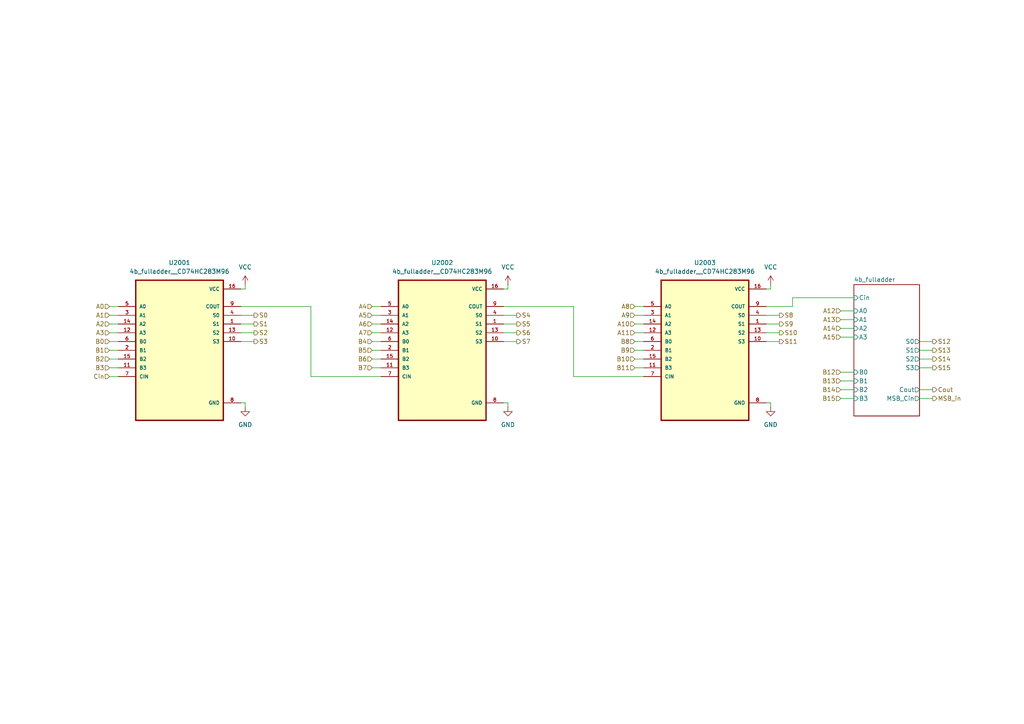
<source format=kicad_sch>
(kicad_sch (version 20250114) (generator "eeschema") (generator_version "9.0")
  (paper "A4")
  (title_block (title "16 full-adder with cout for bits 14 & 15") (company "AGH Logic Unit") (comment 1 "mALUch project"))
  (lib_symbols
    (symbol "mALUch_lib:4b_fulladder__CD74HC283M96" (pin_names (offset 1.016))
      (property "Reference" "U" (at -12.7 21.32 0))
      (property "Value" "4b_fulladder__CD74HC283M96" (at -12.7 -24.32 0))
      (symbol "4b_fulladder__CD74HC283M96_0_0"
        (rectangle (start -12.7 -20.32) (end 12.7 20.32) (stroke (width 0.41)) (fill (type background)))
        (pin input line (at -17.78 12.7 0) (length 5.08) (name "A0") (number "5"))
        (pin input line (at -17.78 10.16 0) (length 5.08) (name "A1") (number "3"))
        (pin input line (at -17.78 7.62 0) (length 5.08) (name "A2") (number "14"))
        (pin input line (at -17.78 5.08 0) (length 5.08) (name "A3") (number "12"))
        (pin input line (at -17.78 2.54 0) (length 5.08) (name "B0") (number "6"))
        (pin input line (at -17.78 0 0) (length 5.08) (name "B1") (number "2"))
        (pin input line (at -17.78 -2.54 0) (length 5.08) (name "B2") (number "15"))
        (pin input line (at -17.78 -5.08 0) (length 5.08) (name "B3") (number "11"))
        (pin input line (at -17.78 -7.62 0) (length 5.08) (name "CIN") (number "7"))
        (pin power_in line (at 17.78 17.78 180) (length 5.08) (name "VCC") (number "16"))
        (pin output line (at 17.78 12.7 180) (length 5.08) (name "COUT") (number "9"))
        (pin output line (at 17.78 10.16 180) (length 5.08) (name "S0") (number "4"))
        (pin output line (at 17.78 7.62 180) (length 5.08) (name "S1") (number "1"))
        (pin output line (at 17.78 5.08 180) (length 5.08) (name "S2") (number "13"))
        (pin output line (at 17.78 2.54 180) (length 5.08) (name "S3") (number "10"))
        (pin power_in line (at 17.78 -15.24 180) (length 5.08) (name "GND") (number "8"))
      )
    )
    (symbol "power:GND" (power) (pin_numbers (hide yes)) (pin_names (offset 0) (hide yes))
      (property "Value" "GND" (at 0 -3.81 0))
      (symbol "GND_0_1"
        (polyline (pts (xy 0 0) (xy 0 -1.27) (xy 1.27 -1.27) (xy 0 -2.54) (xy -1.27 -1.27) (xy 0 -1.27)))
      )
      (symbol "GND_1_1"
        (pin power_in line (at 0 0 270) (length 0) (name "~") (number "1"))
      )
    )
    (symbol "power:VCC" (power) (pin_numbers (hide yes)) (pin_names (offset 0) (hide yes))
      (property "Value" "VCC" (at 0 3.556 0))
      (symbol "VCC_0_1"
        (polyline (pts (xy -0.762 1.27) (xy 0 2.54)))
        (polyline (pts (xy 0 2.54) (xy 0.762 1.27)))
        (polyline (pts (xy 0 0) (xy 0 2.54)))
      )
      (symbol "VCC_1_1"
        (pin power_in line (at 0 0 90) (length 0) (name "~") (number "1"))
      )
    )
  )
  (wire (pts (xy 107.95 104.14) (xy 110.49 104.14)))
  (wire (pts (xy 107.95 99.06) (xy 110.49 99.06)))
  (wire (pts (xy 222.25 99.06) (xy 226.06 99.06)))
  (wire (pts (xy 184.15 101.6) (xy 186.69 101.6)))
  (wire (pts (xy 222.25 93.98) (xy 226.06 93.98)))
  (wire (pts (xy 166.37 109.22) (xy 186.69 109.22)))
  (wire (pts (xy 243.84 113.03) (xy 247.65 113.03)))
  (wire (pts (xy 31.75 93.98) (xy 34.29 93.98)))
  (wire (pts (xy 31.75 91.44) (xy 34.29 91.44)))
  (wire (pts (xy 31.75 88.9) (xy 34.29 88.9)))
  (wire (pts (xy 184.15 99.06) (xy 186.69 99.06)))
  (wire (pts (xy 90.17 88.9) (xy 90.17 109.22)))
  (wire (pts (xy 266.7 101.6) (xy 270.51 101.6)))
  (wire (pts (xy 266.7 106.68) (xy 270.51 106.68)))
  (wire (pts (xy 31.75 99.06) (xy 34.29 99.06)))
  (wire (pts (xy 107.95 91.44) (xy 110.49 91.44)))
  (wire (pts (xy 31.75 109.22) (xy 34.29 109.22)))
  (wire (pts (xy 31.75 96.52) (xy 34.29 96.52)))
  (wire (pts (xy 107.95 106.68) (xy 110.49 106.68)))
  (wire (pts (xy 31.75 101.6) (xy 34.29 101.6)))
  (wire (pts (xy 229.87 86.36) (xy 229.87 88.9)))
  (wire (pts (xy 184.15 91.44) (xy 186.69 91.44)))
  (wire (pts (xy 146.05 99.06) (xy 149.86 99.06)))
  (wire (pts (xy 243.84 107.95) (xy 247.65 107.95)))
  (wire (pts (xy 69.85 99.06) (xy 73.66 99.06)))
  (wire (pts (xy 223.52 116.84) (xy 222.25 116.84)))
  (wire (pts (xy 243.84 115.57) (xy 247.65 115.57)))
  (wire (pts (xy 222.25 96.52) (xy 226.06 96.52)))
  (wire (pts (xy 69.85 96.52) (xy 73.66 96.52)))
  (wire (pts (xy 243.84 97.79) (xy 247.65 97.79)))
  (wire (pts (xy 107.95 93.98) (xy 110.49 93.98)))
  (wire (pts (xy 223.52 118.11) (xy 223.52 116.84)))
  (wire (pts (xy 71.12 116.84) (xy 69.85 116.84)))
  (wire (pts (xy 107.95 96.52) (xy 110.49 96.52)))
  (wire (pts (xy 266.7 104.14) (xy 270.51 104.14)))
  (wire (pts (xy 184.15 96.52) (xy 186.69 96.52)))
  (wire (pts (xy 184.15 93.98) (xy 186.69 93.98)))
  (wire (pts (xy 147.32 118.11) (xy 147.32 116.84)))
  (wire (pts (xy 146.05 88.9) (xy 166.37 88.9)))
  (wire (pts (xy 229.87 86.36) (xy 247.65 86.36)))
  (wire (pts (xy 146.05 91.44) (xy 149.86 91.44)))
  (wire (pts (xy 243.84 90.17) (xy 247.65 90.17)))
  (wire (pts (xy 266.7 99.06) (xy 270.51 99.06)))
  (wire (pts (xy 69.85 93.98) (xy 73.66 93.98)))
  (wire (pts (xy 223.52 83.82) (xy 222.25 83.82)))
  (wire (pts (xy 69.85 91.44) (xy 73.66 91.44)))
  (wire (pts (xy 90.17 109.22) (xy 110.49 109.22)))
  (wire (pts (xy 266.7 113.03) (xy 270.51 113.03)))
  (wire (pts (xy 31.75 104.14) (xy 34.29 104.14)))
  (wire (pts (xy 69.85 88.9) (xy 90.17 88.9)))
  (wire (pts (xy 146.05 93.98) (xy 149.86 93.98)))
  (wire (pts (xy 184.15 88.9) (xy 186.69 88.9)))
  (wire (pts (xy 71.12 83.82) (xy 69.85 83.82)))
  (wire (pts (xy 147.32 83.82) (xy 146.05 83.82)))
  (wire (pts (xy 166.37 88.9) (xy 166.37 109.22)))
  (wire (pts (xy 71.12 82.55) (xy 71.12 83.82)))
  (wire (pts (xy 243.84 110.49) (xy 247.65 110.49)))
  (wire (pts (xy 243.84 95.25) (xy 247.65 95.25)))
  (wire (pts (xy 107.95 101.6) (xy 110.49 101.6)))
  (wire (pts (xy 184.15 106.68) (xy 186.69 106.68)))
  (wire (pts (xy 184.15 104.14) (xy 186.69 104.14)))
  (wire (pts (xy 147.32 116.84) (xy 146.05 116.84)))
  (wire (pts (xy 243.84 92.71) (xy 247.65 92.71)))
  (wire (pts (xy 223.52 82.55) (xy 223.52 83.82)))
  (wire (pts (xy 147.32 82.55) (xy 147.32 83.82)))
  (wire (pts (xy 107.95 88.9) (xy 110.49 88.9)))
  (wire (pts (xy 146.05 96.52) (xy 149.86 96.52)))
  (wire (pts (xy 222.25 88.9) (xy 229.87 88.9)))
  (wire (pts (xy 71.12 118.11) (xy 71.12 116.84)))
  (wire (pts (xy 222.25 91.44) (xy 226.06 91.44)))
  (wire (pts (xy 31.75 106.68) (xy 34.29 106.68)))
  (wire (pts (xy 266.7 115.57) (xy 270.51 115.57)))
  (hierarchical_label "MSB_in" (shape output) (at 270.51 115.57 0))
  (hierarchical_label "Cout" (shape output) (at 270.51 113.03 0))
  (hierarchical_label "A11" (shape input) (at 184.15 96.52 180))
  (hierarchical_label "B8" (shape input) (at 184.15 99.06 180))
  (hierarchical_label "B9" (shape input) (at 184.15 101.6 180))
  (hierarchical_label "A9" (shape input) (at 184.15 91.44 180))
  (hierarchical_label "A8" (shape input) (at 184.15 88.9 180))
  (hierarchical_label "B10" (shape input) (at 184.15 104.14 180))
  (hierarchical_label "B11" (shape input) (at 184.15 106.68 180))
  (hierarchical_label "A10" (shape input) (at 184.15 93.98 180))
  (hierarchical_label "A4" (shape input) (at 107.95 88.9 180))
  (hierarchical_label "B5" (shape input) (at 107.95 101.6 180))
  (hierarchical_label "A7" (shape input) (at 107.95 96.52 180))
  (hierarchical_label "B6" (shape input) (at 107.95 104.14 180))
  (hierarchical_label "B4" (shape input) (at 107.95 99.06 180))
  (hierarchical_label "A6" (shape input) (at 107.95 93.98 180))
  (hierarchical_label "B7" (shape input) (at 107.95 106.68 180))
  (hierarchical_label "A5" (shape input) (at 107.95 91.44 180))
  (hierarchical_label "A12" (shape input) (at 243.84 90.17 180))
  (hierarchical_label "A13" (shape input) (at 243.84 92.71 180))
  (hierarchical_label "A14" (shape input) (at 243.84 95.25 180))
  (hierarchical_label "A15" (shape input) (at 243.84 97.79 180))
  (hierarchical_label "B13" (shape input) (at 243.84 110.49 180))
  (hierarchical_label "B15" (shape input) (at 243.84 115.57 180))
  (hierarchical_label "B14" (shape input) (at 243.84 113.03 180))
  (hierarchical_label "B12" (shape input) (at 243.84 107.95 180))
  (hierarchical_label "A2" (shape input) (at 31.75 93.98 180))
  (hierarchical_label "A3" (shape input) (at 31.75 96.52 180))
  (hierarchical_label "A1" (shape input) (at 31.75 91.44 180))
  (hierarchical_label "A0" (shape input) (at 31.75 88.9 180))
  (hierarchical_label "B0" (shape input) (at 31.75 99.06 180))
  (hierarchical_label "B1" (shape input) (at 31.75 101.6 180))
  (hierarchical_label "B2" (shape input) (at 31.75 104.14 180))
  (hierarchical_label "B3" (shape input) (at 31.75 106.68 180))
  (hierarchical_label "S4" (shape output) (at 149.86 91.44 0))
  (hierarchical_label "S6" (shape output) (at 149.86 96.52 0))
  (hierarchical_label "S7" (shape output) (at 149.86 99.06 0))
  (hierarchical_label "S5" (shape output) (at 149.86 93.98 0))
  (hierarchical_label "S0" (shape output) (at 73.66 91.44 0))
  (hierarchical_label "S1" (shape output) (at 73.66 93.98 0))
  (hierarchical_label "S8" (shape output) (at 226.06 91.44 0))
  (hierarchical_label "S9" (shape output) (at 226.06 93.98 0))
  (hierarchical_label "S12" (shape output) (at 270.51 99.06 0))
  (hierarchical_label "S13" (shape output) (at 270.51 101.6 0))
  (hierarchical_label "S14" (shape output) (at 270.51 104.14 0))
  (hierarchical_label "S15" (shape output) (at 270.51 106.68 0))
  (hierarchical_label "S11" (shape output) (at 226.06 99.06 0))
  (hierarchical_label "S10" (shape output) (at 226.06 96.52 0))
  (hierarchical_label "S2" (shape output) (at 73.66 96.52 0))
  (hierarchical_label "S3" (shape output) (at 73.66 99.06 0))
  (hierarchical_label "Cin" (shape input) (at 31.75 109.22 180))
  (symbol (lib_id "mALUch_lib:4b_fulladder__CD74HC283M96") (at 52.07 101.6 0) (unit 1)
    (property "Reference" "U2001" (at 52.07 76.2 0))
    (property "Value" "4b_fulladder__CD74HC283M96" (at 52.07 78.74 0))
    (property "Footprint" "mALUch_lib:CD_SOIC127P600X175-16N" (effects (hide yes)))
    (property "MF" "Texas Instruments" (effects (hide yes)))
    (property "Description_1" "High Speed CMOS Logic 4-Bit Binary Full Adder with Fast Carry" (effects (hide yes)))
    (property "Package" "SOIC-16 Texas Instruments" (effects (hide yes)))
    (property "Price" "None" (effects (hide yes)))
    (property "Check_prices" "https://www.snapeda.com/parts/CD74HC283M96/Texas+Instruments/view-part/?ref=eda" (effects (hide yes)))
    (property "SnapEDA_Link" "https://www.snapeda.com/parts/CD74HC283M96/Texas+Instruments/view-part/?ref=snap" (effects (hide yes)))
    (property "MP" "CD74HC283M96" (effects (hide yes)))
    (property "Availability" "In Stock" (effects (hide yes)))
    (property "Manufacturer" "Texas Instruments" (effects (hide yes)))
    (instances (project "alu" (path "" (reference "U2001") (unit 1)) (path "" (reference "U3001") (unit 1))))
  )
  (symbol (lib_id "power:GND") (at 147.32 118.11 0) (unit 1)
    (property "Reference" "#PWR02005" (effects (hide yes)))
    (property "Value" "GND" (at 147.32 123.19 0))
    (property "Description" "Power symbol creates a global label with name \"GND\" , ground" (effects (hide yes)))
    (instances (project "alu" (path "" (reference "#PWR02005") (unit 1)) (path "" (reference "#PWR03005") (unit 1))))
  )
  (symbol (lib_id "power:VCC") (at 71.12 82.55 0) (unit 1)
    (property "Reference" "#PWR02001" (effects (hide yes)))
    (property "Value" "VCC" (at 71.12 77.47 0))
    (property "Description" "Power symbol creates a global label with name \"VCC\"" (effects (hide yes)))
    (instances (project "alu" (path "" (reference "#PWR02001") (unit 1)) (path "" (reference "#PWR03001") (unit 1))))
  )
  (symbol (lib_id "power:GND") (at 223.52 118.11 0) (unit 1)
    (property "Reference" "#PWR02006" (effects (hide yes)))
    (property "Value" "GND" (at 223.52 123.19 0))
    (property "Description" "Power symbol creates a global label with name \"GND\" , ground" (effects (hide yes)))
    (instances (project "alu" (path "" (reference "#PWR02006") (unit 1)) (path "" (reference "#PWR03006") (unit 1))))
  )
  (symbol (lib_id "power:GND") (at 71.12 118.11 0) (unit 1)
    (property "Reference" "#PWR02004" (effects (hide yes)))
    (property "Value" "GND" (at 71.12 123.19 0))
    (property "Description" "Power symbol creates a global label with name \"GND\" , ground" (effects (hide yes)))
    (instances (project "alu" (path "" (reference "#PWR02004") (unit 1)) (path "" (reference "#PWR03004") (unit 1))))
  )
  (symbol (lib_id "mALUch_lib:4b_fulladder__CD74HC283M96") (at 204.47 101.6 0) (unit 1)
    (property "Reference" "U2003" (at 204.47 76.2 0))
    (property "Value" "4b_fulladder__CD74HC283M96" (at 204.47 78.74 0))
    (property "Footprint" "mALUch_lib:CD_SOIC127P600X175-16N" (effects (hide yes)))
    (property "MF" "Texas Instruments" (effects (hide yes)))
    (property "Description_1" "High Speed CMOS Logic 4-Bit Binary Full Adder with Fast Carry" (effects (hide yes)))
    (property "Package" "SOIC-16 Texas Instruments" (effects (hide yes)))
    (property "Price" "None" (effects (hide yes)))
    (property "Check_prices" "https://www.snapeda.com/parts/CD74HC283M96/Texas+Instruments/view-part/?ref=eda" (effects (hide yes)))
    (property "SnapEDA_Link" "https://www.snapeda.com/parts/CD74HC283M96/Texas+Instruments/view-part/?ref=snap" (effects (hide yes)))
    (property "MP" "CD74HC283M96" (effects (hide yes)))
    (property "Availability" "In Stock" (effects (hide yes)))
    (property "Manufacturer" "Texas Instruments" (effects (hide yes)))
    (instances (project "alu" (path "" (reference "U2003") (unit 1)) (path "" (reference "U3003") (unit 1))))
  )
  (symbol (lib_id "power:VCC") (at 147.32 82.55 0) (unit 1)
    (property "Reference" "#PWR02002" (effects (hide yes)))
    (property "Value" "VCC" (at 147.32 77.47 0))
    (property "Description" "Power symbol creates a global label with name \"VCC\"" (effects (hide yes)))
    (instances (project "alu" (path "" (reference "#PWR02002") (unit 1)) (path "" (reference "#PWR03002") (unit 1))))
  )
  (symbol (lib_id "mALUch_lib:4b_fulladder__CD74HC283M96") (at 128.27 101.6 0) (unit 1)
    (property "Reference" "U2002" (at 128.27 76.2 0))
    (property "Value" "4b_fulladder__CD74HC283M96" (at 128.27 78.74 0))
    (property "Footprint" "mALUch_lib:CD_SOIC127P600X175-16N" (effects (hide yes)))
    (property "MF" "Texas Instruments" (effects (hide yes)))
    (property "Description_1" "High Speed CMOS Logic 4-Bit Binary Full Adder with Fast Carry" (effects (hide yes)))
    (property "Package" "SOIC-16 Texas Instruments" (effects (hide yes)))
    (property "Price" "None" (effects (hide yes)))
    (property "Check_prices" "https://www.snapeda.com/parts/CD74HC283M96/Texas+Instruments/view-part/?ref=eda" (effects (hide yes)))
    (property "SnapEDA_Link" "https://www.snapeda.com/parts/CD74HC283M96/Texas+Instruments/view-part/?ref=snap" (effects (hide yes)))
    (property "MP" "CD74HC283M96" (effects (hide yes)))
    (property "Availability" "In Stock" (effects (hide yes)))
    (property "Manufacturer" "Texas Instruments" (effects (hide yes)))
    (instances (project "alu" (path "" (reference "U2002") (unit 1)) (path "" (reference "U3002") (unit 1))))
  )
  (symbol (lib_id "power:VCC") (at 223.52 82.55 0) (unit 1)
    (property "Reference" "#PWR02003" (effects (hide yes)))
    (property "Value" "VCC" (at 223.52 77.47 0))
    (property "Description" "Power symbol creates a global label with name \"VCC\"" (effects (hide yes)))
    (instances (project "alu" (path "" (reference "#PWR02003") (unit 1)) (path "" (reference "#PWR03003") (unit 1))))
  )
  (sheet (at 247.65 82.55) (size 19.05 38.1) (stroke (width 0.1524))
    (property "Sheetname" "4b_fulladder" (at 247.65 81.8384 0) (effects (justify left bottom)))
    (property "Sheetfile" "4b_fulladder.kicad_sch" (effects (hide yes)))
    (pin "S2" output (at 266.7 104.14 0))
    (pin "B3" input (at 247.65 115.57 180))
    (pin "A3" input (at 247.65 97.79 180))
    (pin "B2" input (at 247.65 113.03 180))
    (pin "A2" input (at 247.65 95.25 180))
    (pin "S3" output (at 266.7 106.68 0))
    (pin "MSB_Cin" output (at 266.7 115.57 0))
    (pin "Cout" output (at 266.7 113.03 0))
    (pin "B0" input (at 247.65 107.95 180))
    (pin "A0" input (at 247.65 90.17 180))
    (pin "Cin" input (at 247.65 86.36 180))
    (pin "S0" output (at 266.7 99.06 0))
    (pin "B1" input (at 247.65 110.49 180))
    (pin "S1" output (at 266.7 101.6 0))
    (pin "A1" input (at 247.65 92.71 180))
  )
)
</source>
